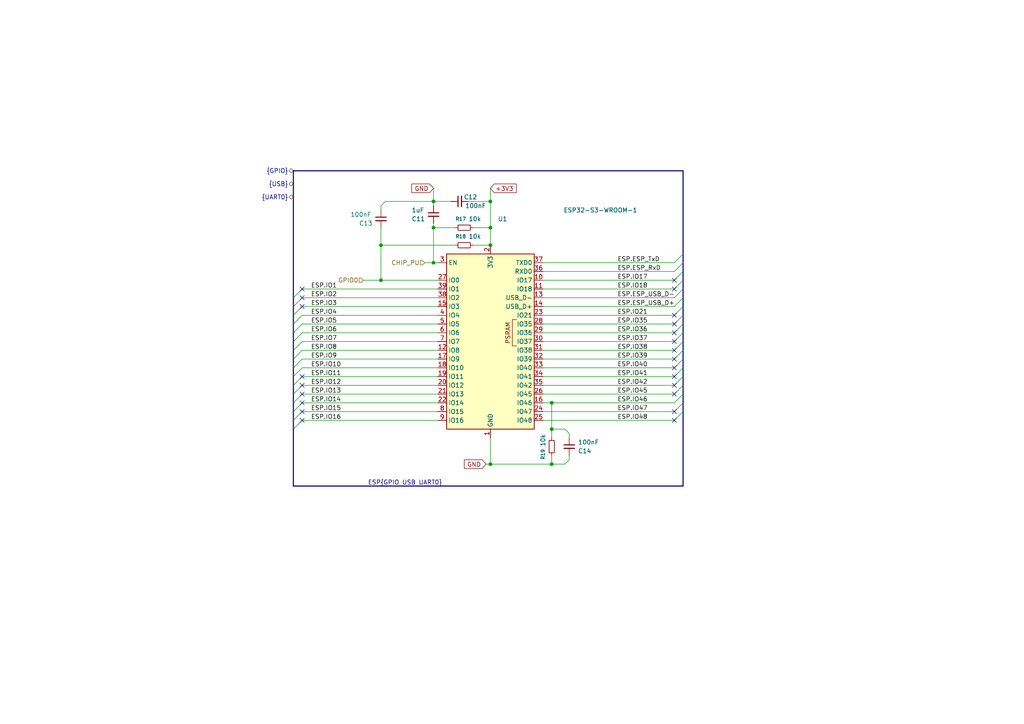
<source format=kicad_sch>
(kicad_sch (version 20250114) (generator "eeschema") (generator_version "9.0")
  (paper "A4")
  (lib_symbols
    (symbol "Device:C_Small" (pin_numbers (hide yes)) (pin_names (offset 0.254) (hide yes))
      (property "Reference" "C" (at 0.254 1.778 0))
      (property "Value" "C_Small" (at 0.254 -2.032 0))
      (symbol "C_Small_0_1"
        (polyline (pts (xy -1.524 0.508) (xy 1.524 0.508)) (stroke (width 0.3048)))
        (polyline (pts (xy -1.524 -0.508) (xy 1.524 -0.508)) (stroke (width 0.3302)))
      )
      (symbol "C_Small_1_1"
        (pin passive line (at 0 2.54 270) (length 2.032) (name "~") (number "1"))
        (pin passive line (at 0 -2.54 90) (length 2.032) (name "~") (number "2"))
      )
    )
    (symbol "Device:R_Small" (pin_numbers (hide yes)) (pin_names (offset 0.254) (hide yes))
      (property "Reference" "R" (at 0 0 90))
      (property "Value" "R_Small" (at 1.778 0 90))
      (symbol "R_Small_0_1"
        (rectangle (start -0.762 1.778) (end 0.762 -1.778) (stroke (width 0.2032)))
      )
      (symbol "R_Small_1_1"
        (pin passive line (at 0 2.54 270) (length 0.762) (name "~") (number "1"))
        (pin passive line (at 0 -2.54 90) (length 0.762) (name "~") (number "2"))
      )
    )
    (symbol "RF_Module:ESP32-S3-WROOM-1"
      (property "Reference" "U" (at -12.7 26.67 0))
      (property "Value" "ESP32-S3-WROOM-1" (at 12.7 26.67 0))
      (symbol "ESP32-S3-WROOM-1_0_0"
        (rectangle (start -12.7 25.4) (end 12.7 -25.4) (stroke (width 0.254)) (fill (type background)))
        (text "PSRAM" (at 5.08 2.54 900) (effects (font (size 1.27 1.27))))
      )
      (symbol "ESP32-S3-WROOM-1_0_1"
        (polyline (pts (xy 7.62 -1.27) (xy 6.35 -1.27) (xy 6.35 6.35) (xy 7.62 6.35)))
      )
      (symbol "ESP32-S3-WROOM-1_1_1"
        (pin input line (at -15.24 22.86 0) (length 2.54) (name "EN") (number "3"))
        (pin bidirectional line (at -15.24 17.78 0) (length 2.54) (name "IO0") (number "27"))
        (pin bidirectional line (at -15.24 15.24 0) (length 2.54) (name "IO1") (number "39"))
        (pin bidirectional line (at -15.24 12.7 0) (length 2.54) (name "IO2") (number "38"))
        (pin bidirectional line (at -15.24 10.16 0) (length 2.54) (name "IO3") (number "15"))
        (pin bidirectional line (at -15.24 7.62 0) (length 2.54) (name "IO4") (number "4"))
        (pin bidirectional line (at -15.24 5.08 0) (length 2.54) (name "IO5") (number "5"))
        (pin bidirectional line (at -15.24 2.54 0) (length 2.54) (name "IO6") (number "6"))
        (pin bidirectional line (at -15.24 0 0) (length 2.54) (name "IO7") (number "7"))
        (pin bidirectional line (at -15.24 -2.54 0) (length 2.54) (name "IO8") (number "12"))
        (pin bidirectional line (at -15.24 -5.08 0) (length 2.54) (name "IO9") (number "17"))
        (pin bidirectional line (at -15.24 -7.62 0) (length 2.54) (name "IO10") (number "18"))
        (pin bidirectional line (at -15.24 -10.16 0) (length 2.54) (name "IO11") (number "19"))
        (pin bidirectional line (at -15.24 -12.7 0) (length 2.54) (name "IO12") (number "20"))
        (pin bidirectional line (at -15.24 -15.24 0) (length 2.54) (name "IO13") (number "21"))
        (pin bidirectional line (at -15.24 -17.78 0) (length 2.54) (name "IO14") (number "22"))
        (pin bidirectional line (at -15.24 -20.32 0) (length 2.54) (name "IO15") (number "8"))
        (pin bidirectional line (at -15.24 -22.86 0) (length 2.54) (name "IO16") (number "9"))
        (pin power_in line (at 0 27.94 270) (length 2.54) (name "3V3") (number "2"))
        (pin power_in line (at 0 -27.94 90) (length 2.54) (name "GND") (number "1"))
        (pin passive line (at 0 -27.94 90) (length 2.54) (hide yes) (name "GND") (number "40"))
        (pin passive line (at 0 -27.94 90) (length 2.54) (hide yes) (name "GND") (number "41"))
        (pin bidirectional line (at 15.24 22.86 180) (length 2.54) (name "TXD0") (number "37"))
        (pin bidirectional line (at 15.24 20.32 180) (length 2.54) (name "RXD0") (number "36"))
        (pin bidirectional line (at 15.24 17.78 180) (length 2.54) (name "IO17") (number "10"))
        (pin bidirectional line (at 15.24 15.24 180) (length 2.54) (name "IO18") (number "11"))
        (pin bidirectional line (at 15.24 12.7 180) (length 2.54) (name "USB_D-") (number "13"))
        (pin bidirectional line (at 15.24 10.16 180) (length 2.54) (name "USB_D+") (number "14"))
        (pin bidirectional line (at 15.24 7.62 180) (length 2.54) (name "IO21") (number "23"))
        (pin bidirectional line (at 15.24 5.08 180) (length 2.54) (name "IO35") (number "28"))
        (pin bidirectional line (at 15.24 2.54 180) (length 2.54) (name "IO36") (number "29"))
        (pin bidirectional line (at 15.24 0 180) (length 2.54) (name "IO37") (number "30"))
        (pin bidirectional line (at 15.24 -2.54 180) (length 2.54) (name "IO38") (number "31"))
        (pin bidirectional line (at 15.24 -5.08 180) (length 2.54) (name "IO39") (number "32"))
        (pin bidirectional line (at 15.24 -7.62 180) (length 2.54) (name "IO40") (number "33"))
        (pin bidirectional line (at 15.24 -10.16 180) (length 2.54) (name "IO41") (number "34"))
        (pin bidirectional line (at 15.24 -12.7 180) (length 2.54) (name "IO42") (number "35"))
        (pin bidirectional line (at 15.24 -15.24 180) (length 2.54) (name "IO45") (number "26"))
        (pin bidirectional line (at 15.24 -17.78 180) (length 2.54) (name "IO46") (number "16"))
        (pin bidirectional line (at 15.24 -20.32 180) (length 2.54) (name "IO47") (number "24"))
        (pin bidirectional line (at 15.24 -22.86 180) (length 2.54) (name "IO48") (number "25"))
      )
    )
  )
  (bus_alias "ESP" (members "{GPIO}" "{USB}" "{UART0}"))
  (bus_alias "GPIO" (members "IO[1..18]" "IO21" "IO[35..42]" "IO[45..48]"))
  (bus_alias "SUPPLY" (members))
  (bus_alias "UART0" (members "ESP_TxD" "ESP_RxD"))
  (bus_alias "USB" (members "ESP_USB_D-" "ESP_USB_D+"))
  (junction (at 110.49 81.28))
  (junction (at 160.02 116.84))
  (junction (at 142.24 66.04))
  (junction (at 125.73 66.04))
  (junction (at 110.49 71.12))
  (junction (at 142.24 134.62))
  (junction (at 160.02 134.62))
  (junction (at 125.73 76.2))
  (junction (at 160.02 124.46))
  (junction (at 142.24 58.42))
  (junction (at 125.73 58.42))
  (junction (at 142.24 71.12))
  (no_connect (at 195.58 93.98))
  (no_connect (at 195.58 114.3))
  (no_connect (at 195.58 99.06))
  (no_connect (at 87.63 88.9))
  (no_connect (at 195.58 119.38))
  (no_connect (at 87.63 114.3))
  (no_connect (at 87.63 111.76))
  (no_connect (at 195.58 109.22))
  (no_connect (at 87.63 121.92))
  (no_connect (at 195.58 96.52))
  (no_connect (at 195.58 106.68))
  (no_connect (at 195.58 111.76))
  (no_connect (at 195.58 81.28))
  (no_connect (at 195.58 104.14))
  (no_connect (at 87.63 109.22))
  (no_connect (at 195.58 101.6))
  (no_connect (at 87.63 83.82))
  (no_connect (at 87.63 116.84))
  (no_connect (at 195.58 121.92))
  (no_connect (at 87.63 119.38))
  (no_connect (at 87.63 86.36))
  (no_connect (at 195.58 83.82))
  (no_connect (at 195.58 91.44))
  (bus_entry (at 85.09 106.68) (size 2.54 -2.54))
  (bus_entry (at 198.12 83.82) (size -2.54 2.54))
  (bus_entry (at 198.12 96.52) (size -2.54 2.54))
  (bus_entry (at 198.12 104.14) (size -2.54 2.54))
  (bus_entry (at 85.09 121.92) (size 2.54 -2.54))
  (bus_entry (at 198.12 114.3) (size -2.54 2.54))
  (bus_entry (at 85.09 96.52) (size 2.54 -2.54))
  (bus_entry (at 198.12 86.36) (size -2.54 2.54))
  (bus_entry (at 198.12 116.84) (size -2.54 2.54))
  (bus_entry (at 85.09 88.9) (size 2.54 -2.54))
  (bus_entry (at 85.09 119.38) (size 2.54 -2.54))
  (bus_entry (at 198.12 76.2) (size -2.54 2.54))
  (bus_entry (at 85.09 99.06) (size 2.54 -2.54))
  (bus_entry (at 198.12 88.9) (size -2.54 2.54))
  (bus_entry (at 198.12 111.76) (size -2.54 2.54))
  (bus_entry (at 85.09 124.46) (size 2.54 -2.54))
  (bus_entry (at 85.09 109.22) (size 2.54 -2.54))
  (bus_entry (at 85.09 101.6) (size 2.54 -2.54))
  (bus_entry (at 198.12 119.38) (size -2.54 2.54))
  (bus_entry (at 85.09 104.14) (size 2.54 -2.54))
  (bus_entry (at 198.12 91.44) (size -2.54 2.54))
  (bus_entry (at 198.12 106.68) (size -2.54 2.54))
  (bus_entry (at 198.12 73.66) (size -2.54 2.54))
  (bus_entry (at 85.09 111.76) (size 2.54 -2.54))
  (bus_entry (at 85.09 93.98) (size 2.54 -2.54))
  (bus_entry (at 198.12 99.06) (size -2.54 2.54))
  (bus_entry (at 85.09 91.44) (size 2.54 -2.54))
  (bus_entry (at 85.09 116.84) (size 2.54 -2.54))
  (bus_entry (at 198.12 78.74) (size -2.54 2.54))
  (bus_entry (at 198.12 81.28) (size -2.54 2.54))
  (bus_entry (at 85.09 114.3) (size 2.54 -2.54))
  (bus_entry (at 198.12 109.22) (size -2.54 2.54))
  (bus_entry (at 198.12 101.6) (size -2.54 2.54))
  (bus_entry (at 198.12 93.98) (size -2.54 2.54))
  (bus_entry (at 85.09 86.36) (size 2.54 -2.54))
  (bus (pts (xy 198.12 114.3) (xy 198.12 116.84)))
  (wire (pts (xy 125.73 54.61) (xy 125.73 58.42)))
  (bus (pts (xy 85.09 116.84) (xy 85.09 119.38)))
  (bus (pts (xy 85.09 124.46) (xy 85.09 140.97)))
  (wire (pts (xy 110.49 71.12) (xy 132.08 71.12)))
  (wire (pts (xy 137.16 71.12) (xy 142.24 71.12)))
  (wire (pts (xy 87.63 109.22) (xy 127 109.22)))
  (wire (pts (xy 140.97 134.62) (xy 142.24 134.62)))
  (bus (pts (xy 198.12 86.36) (xy 198.12 88.9)))
  (wire (pts (xy 157.48 101.6) (xy 195.58 101.6)))
  (bus (pts (xy 85.09 140.97) (xy 198.12 140.97)))
  (bus (pts (xy 85.09 119.38) (xy 85.09 121.92)))
  (wire (pts (xy 165.1 132.08) (xy 165.1 133.35)))
  (bus (pts (xy 85.09 104.14) (xy 85.09 106.68)))
  (bus (pts (xy 85.09 101.6) (xy 85.09 104.14)))
  (wire (pts (xy 157.48 76.2) (xy 195.58 76.2)))
  (wire (pts (xy 87.63 114.3) (xy 127 114.3)))
  (wire (pts (xy 157.48 81.28) (xy 195.58 81.28)))
  (wire (pts (xy 87.63 104.14) (xy 127 104.14)))
  (wire (pts (xy 160.02 124.46) (xy 163.83 124.46)))
  (wire (pts (xy 157.48 114.3) (xy 195.58 114.3)))
  (bus (pts (xy 198.12 73.66) (xy 198.12 76.2)))
  (bus (pts (xy 198.12 104.14) (xy 198.12 106.68)))
  (wire (pts (xy 157.48 109.22) (xy 195.58 109.22)))
  (wire (pts (xy 157.48 111.76) (xy 195.58 111.76)))
  (wire (pts (xy 87.63 99.06) (xy 127 99.06)))
  (wire (pts (xy 157.48 116.84) (xy 160.02 116.84)))
  (wire (pts (xy 157.48 83.82) (xy 195.58 83.82)))
  (bus (pts (xy 198.12 106.68) (xy 198.12 109.22)))
  (wire (pts (xy 125.73 76.2) (xy 127 76.2)))
  (wire (pts (xy 160.02 132.08) (xy 160.02 134.62)))
  (bus (pts (xy 198.12 49.53) (xy 198.12 73.66)))
  (bus (pts (xy 198.12 78.74) (xy 198.12 81.28)))
  (wire (pts (xy 110.49 81.28) (xy 127 81.28)))
  (wire (pts (xy 135.89 58.42) (xy 142.24 58.42)))
  (bus (pts (xy 85.09 88.9) (xy 85.09 91.44)))
  (wire (pts (xy 87.63 121.92) (xy 127 121.92)))
  (wire (pts (xy 137.16 66.04) (xy 142.24 66.04)))
  (wire (pts (xy 125.73 59.69) (xy 125.73 58.42)))
  (bus (pts (xy 85.09 109.22) (xy 85.09 111.76)))
  (wire (pts (xy 157.48 86.36) (xy 195.58 86.36)))
  (bus (pts (xy 198.12 111.76) (xy 198.12 114.3)))
  (bus (pts (xy 198.12 116.84) (xy 198.12 119.38)))
  (wire (pts (xy 87.63 91.44) (xy 127 91.44)))
  (bus (pts (xy 198.12 88.9) (xy 198.12 91.44)))
  (wire (pts (xy 142.24 58.42) (xy 142.24 66.04)))
  (wire (pts (xy 160.02 116.84) (xy 195.58 116.84)))
  (bus (pts (xy 198.12 91.44) (xy 198.12 93.98)))
  (bus (pts (xy 85.09 49.53) (xy 85.09 86.36)))
  (wire (pts (xy 87.63 106.68) (xy 127 106.68)))
  (wire (pts (xy 105.41 81.28) (xy 110.49 81.28)))
  (wire (pts (xy 157.48 88.9) (xy 195.58 88.9)))
  (wire (pts (xy 163.83 124.46) (xy 165.1 125.73)))
  (wire (pts (xy 87.63 88.9) (xy 127 88.9)))
  (bus (pts (xy 85.09 99.06) (xy 85.09 101.6)))
  (bus (pts (xy 198.12 76.2) (xy 198.12 78.74)))
  (bus (pts (xy 198.12 93.98) (xy 198.12 96.52)))
  (bus (pts (xy 198.12 83.82) (xy 198.12 86.36)))
  (bus (pts (xy 85.09 86.36) (xy 85.09 88.9)))
  (wire (pts (xy 160.02 124.46) (xy 160.02 127)))
  (wire (pts (xy 142.24 54.61) (xy 142.24 58.42)))
  (bus (pts (xy 198.12 96.52) (xy 198.12 99.06)))
  (wire (pts (xy 110.49 59.69) (xy 111.76 58.42)))
  (bus (pts (xy 198.12 101.6) (xy 198.12 104.14)))
  (wire (pts (xy 111.76 58.42) (xy 125.73 58.42)))
  (wire (pts (xy 87.63 86.36) (xy 127 86.36)))
  (wire (pts (xy 157.48 121.92) (xy 195.58 121.92)))
  (wire (pts (xy 123.19 76.2) (xy 125.73 76.2)))
  (wire (pts (xy 163.83 134.62) (xy 165.1 133.35)))
  (wire (pts (xy 125.73 64.77) (xy 125.73 66.04)))
  (wire (pts (xy 125.73 58.42) (xy 130.81 58.42)))
  (wire (pts (xy 87.63 111.76) (xy 127 111.76)))
  (wire (pts (xy 157.48 104.14) (xy 195.58 104.14)))
  (wire (pts (xy 87.63 93.98) (xy 127 93.98)))
  (wire (pts (xy 157.48 99.06) (xy 195.58 99.06)))
  (bus (pts (xy 85.09 49.53) (xy 198.12 49.53)))
  (wire (pts (xy 142.24 66.04) (xy 142.24 71.12)))
  (bus (pts (xy 85.09 91.44) (xy 85.09 93.98)))
  (wire (pts (xy 165.1 125.73) (xy 165.1 127)))
  (wire (pts (xy 110.49 60.96) (xy 110.49 59.69)))
  (wire (pts (xy 125.73 66.04) (xy 132.08 66.04)))
  (bus (pts (xy 85.09 121.92) (xy 85.09 124.46)))
  (wire (pts (xy 157.48 91.44) (xy 195.58 91.44)))
  (wire (pts (xy 87.63 83.82) (xy 127 83.82)))
  (bus (pts (xy 198.12 109.22) (xy 198.12 111.76)))
  (wire (pts (xy 87.63 119.38) (xy 127 119.38)))
  (wire (pts (xy 142.24 127) (xy 142.24 134.62)))
  (wire (pts (xy 125.73 66.04) (xy 125.73 76.2)))
  (bus (pts (xy 85.09 114.3) (xy 85.09 116.84)))
  (wire (pts (xy 157.48 106.68) (xy 195.58 106.68)))
  (bus (pts (xy 198.12 119.38) (xy 198.12 140.97)))
  (bus (pts (xy 85.09 106.68) (xy 85.09 109.22)))
  (wire (pts (xy 87.63 116.84) (xy 127 116.84)))
  (bus (pts (xy 198.12 99.06) (xy 198.12 101.6)))
  (bus (pts (xy 85.09 93.98) (xy 85.09 96.52)))
  (bus (pts (xy 85.09 96.52) (xy 85.09 99.06)))
  (wire (pts (xy 87.63 101.6) (xy 127 101.6)))
  (wire (pts (xy 160.02 134.62) (xy 163.83 134.62)))
  (bus (pts (xy 85.09 111.76) (xy 85.09 114.3)))
  (bus (pts (xy 198.12 81.28) (xy 198.12 83.82)))
  (wire (pts (xy 157.48 96.52) (xy 195.58 96.52)))
  (wire (pts (xy 110.49 71.12) (xy 110.49 81.28)))
  (wire (pts (xy 157.48 78.74) (xy 195.58 78.74)))
  (wire (pts (xy 110.49 66.04) (xy 110.49 71.12)))
  (wire (pts (xy 157.48 119.38) (xy 195.58 119.38)))
  (wire (pts (xy 157.48 93.98) (xy 195.58 93.98)))
  (wire (pts (xy 160.02 116.84) (xy 160.02 124.46)))
  (wire (pts (xy 87.63 96.52) (xy 127 96.52)))
  (wire (pts (xy 142.24 134.62) (xy 160.02 134.62)))
  (label "ESP.IO6" (at 90.17 96.52 0))
  (label "ESP.IO1" (at 90.17 83.82 0))
  (label "ESP.IO38" (at 179.07 101.6 0))
  (label "ESP.IO36" (at 179.07 96.52 0))
  (label "ESP.IO15" (at 90.17 119.38 0))
  (label "ESP.IO8" (at 90.17 101.6 0))
  (label "ESP.IO3" (at 90.17 88.9 0))
  (label "ESP{GPIO USB UART0}" (at 106.68 140.97 0))
  (label "ESP.IO12" (at 90.17 111.76 0))
  (label "ESP.IO45" (at 179.07 114.3 0))
  (label "ESP.IO4" (at 90.17 91.44 0))
  (label "ESP.ESP_USB_D-" (at 179.07 86.36 0))
  (label "ESP.IO17" (at 179.07 81.28 0))
  (label "ESP.IO48" (at 179.07 121.92 0))
  (label "ESP.IO2" (at 90.17 86.36 0))
  (label "ESP.IO47" (at 179.07 119.38 0))
  (label "ESP.IO11" (at 90.17 109.22 0))
  (label "ESP.IO40" (at 179.07 106.68 0))
  (label "ESP.IO5" (at 90.17 93.98 0))
  (label "ESP.IO7" (at 90.17 99.06 0))
  (label "ESP.IO14" (at 90.17 116.84 0))
  (label "ESP.IO13" (at 90.17 114.3 0))
  (label "ESP.IO41" (at 179.07 109.22 0))
  (label "ESP.IO18" (at 179.07 83.82 0))
  (label "ESP.ESP_USB_D+" (at 179.07 88.9 0))
  (label "ESP.IO21" (at 179.07 91.44 0))
  (label "ESP.ESP_TxD" (at 179.07 76.2 0))
  (label "ESP.IO16" (at 90.17 121.92 0))
  (label "ESP.ESP_RxD" (at 179.07 78.74 0))
  (label "ESP.IO10" (at 90.17 106.68 0))
  (label "ESP.IO9" (at 90.17 104.14 0))
  (label "ESP.IO35" (at 179.07 93.98 0))
  (label "ESP.IO37" (at 179.07 99.06 0))
  (label "ESP.IO42" (at 179.07 111.76 0))
  (label "ESP.IO46" (at 179.07 116.84 0))
  (label "ESP.IO39" (at 179.07 104.14 0))
  (global_label "GND" (shape input) (at 140.97 134.62 180) (property "Intersheetrefs" "${INTERSHEET_REFS}" (effects (hide yes))))
  (global_label "+3V3" (shape input) (at 142.24 54.61 0) (property "Intersheetrefs" "${INTERSHEET_REFS}" (effects (hide yes))))
  (global_label "GND" (shape input) (at 125.73 54.61 180) (property "Intersheetrefs" "${INTERSHEET_REFS}" (effects (hide yes))))
  (hierarchical_label "{UART0}" (shape bidirectional) (at 85.09 57.15 180))
  (hierarchical_label "CHIP_PU" (shape input) (at 123.19 76.2 180))
  (hierarchical_label "{GPIO}" (shape bidirectional) (at 85.09 49.53 180))
  (hierarchical_label "GPIO0" (shape input) (at 105.41 81.28 180))
  (hierarchical_label "{USB}" (shape bidirectional) (at 85.09 53.34 180))
  (symbol (lib_id "Device:R_Small") (at 160.02 129.54 0) (unit 1)
    (property "Reference" "R19" (at 157.48 133.35 90) (effects (font (size 1.016 1.016)) (justify left)))
    (property "Value" "10k" (at 157.48 129.54 90) (effects (justify left)))
    (property "Footprint" "Resistor_SMD:R_1206_3216Metric_Pad1.30x1.75mm_HandSolder" (effects (hide yes)))
    (property "Description" "Resistor, small symbol" (effects (hide yes)))
  )
  (symbol (lib_id "Device:C_Small") (at 110.49 63.5 0) (unit 1)
    (property "Reference" "C13" (at 104.14 64.77 0) (effects (justify left)))
    (property "Value" "100nF" (at 101.6 62.23 0) (effects (justify left)))
    (property "Footprint" "Capacitor_SMD:C_1206_3216Metric_Pad1.33x1.80mm_HandSolder" (effects (hide yes)))
    (property "Description" "Unpolarized capacitor, small symbol" (effects (hide yes)))
  )
  (symbol (lib_id "Device:C_Small") (at 133.35 58.42 90) (unit 1)
    (property "Reference" "C12" (at 138.43 57.15 90) (effects (justify left)))
    (property "Value" "100nF" (at 140.97 59.69 90) (effects (justify left)))
    (property "Footprint" "Capacitor_SMD:C_1206_3216Metric_Pad1.33x1.80mm_HandSolder" (effects (hide yes)))
    (property "Description" "Unpolarized capacitor, small symbol" (effects (hide yes)))
  )
  (symbol (lib_id "Device:R_Small") (at 134.62 66.04 270) (unit 1)
    (property "Reference" "R17" (at 132.08 63.5 90) (effects (font (size 1.016 1.016)) (justify left)))
    (property "Value" "10k" (at 135.89 63.5 90) (effects (justify left)))
    (property "Footprint" "Resistor_SMD:R_1206_3216Metric_Pad1.30x1.75mm_HandSolder" (effects (hide yes)))
    (property "Description" "Resistor, small symbol" (effects (hide yes)))
  )
  (symbol (lib_id "Device:C_Small") (at 165.1 129.54 0) (unit 1)
    (property "Reference" "C14" (at 167.64 130.81 0) (effects (justify left)))
    (property "Value" "100nF" (at 167.64 128.27 0) (effects (justify left)))
    (property "Footprint" "Capacitor_SMD:C_1206_3216Metric_Pad1.33x1.80mm_HandSolder" (effects (hide yes)))
    (property "Description" "Unpolarized capacitor, small symbol" (effects (hide yes)))
  )
  (symbol (lib_id "Device:C_Small") (at 125.73 62.23 0) (unit 1)
    (property "Reference" "C11" (at 119.38 63.5 0) (effects (justify left)))
    (property "Value" "1uF" (at 119.38 60.96 0) (effects (justify left)))
    (property "Footprint" "Capacitor_SMD:C_1206_3216Metric_Pad1.33x1.80mm_HandSolder" (effects (hide yes)))
    (property "Description" "Unpolarized capacitor, small symbol" (effects (hide yes)))
  )
  (symbol (lib_id "Device:R_Small") (at 134.62 71.12 270) (unit 1)
    (property "Reference" "R18" (at 132.08 68.58 90) (effects (font (size 1.016 1.016)) (justify left)))
    (property "Value" "10k" (at 135.89 68.58 90) (effects (justify left)))
    (property "Footprint" "Resistor_SMD:R_1206_3216Metric_Pad1.30x1.75mm_HandSolder" (effects (hide yes)))
    (property "Description" "Resistor, small symbol" (effects (hide yes)))
  )
  (symbol (lib_id "RF_Module:ESP32-S3-WROOM-1") (at 142.24 99.06 0) (unit 1)
    (property "Reference" "U1" (at 144.3833 63.5 0) (effects (justify left)))
    (property "Value" "ESP32-S3-WROOM-1" (at 163.4333 60.96 0) (effects (justify left)))
    (property "Footprint" "RF_Module:ESP32-S3-WROOM-1" (effects (hide yes)))
    (property "Datasheet" "https://www.espressif.com/sites/default/files/documentation/esp32-s3-wroom-1_wroom-1u_datasheet_en.pdf" (effects (hide yes)))
    (property "Description" "RF Module, ESP32-S3 SoC, Wi-Fi 802.11b/g/n, Bluetooth, BLE, 32-bit, 3.3V, onboard antenna, SMD" (effects (hide yes)))
  )
)
</source>
